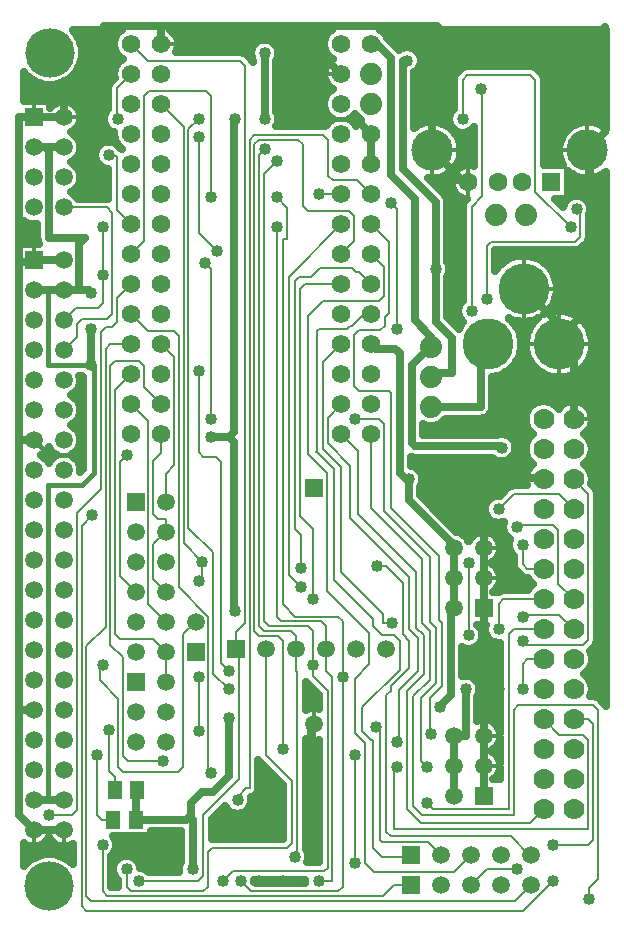
<source format=gbl>
G04 DipTrace 3.3.1.3*
G04 T4RA8875TouchShieldcastellated.gbl*
%MOIN*%
G04 #@! TF.FileFunction,Copper,L2,Bot*
G04 #@! TF.Part,Single*
G04 #@! TA.AperFunction,CopperBalancing*
%ADD13C,0.025*%
G04 #@! TA.AperFunction,Conductor*
%ADD15C,0.018*%
%ADD16C,0.008*%
%ADD17C,0.015*%
G04 #@! TA.AperFunction,CopperBalancing*
%ADD19C,0.013*%
%ADD22R,0.051181X0.059055*%
G04 #@! TA.AperFunction,ComponentPad*
%ADD23C,0.17*%
%ADD24R,0.059055X0.059055*%
%ADD25C,0.059055*%
%ADD26C,0.07*%
%ADD27C,0.074*%
%ADD37C,0.06194*%
%ADD38C,0.074*%
%ADD40R,0.062992X0.062992*%
%ADD41C,0.062992*%
%ADD42C,0.137795*%
G04 #@! TA.AperFunction,ViaPad*
%ADD43C,0.04*%
%ADD45C,0.165*%
%FSLAX26Y26*%
G04*
G70*
G90*
G75*
G01*
G04 Bottom*
%LPD*%
X1868700Y1448700D2*
D13*
Y1548700D1*
Y1648700D1*
Y1658700D1*
X1718700Y1808700D1*
Y1868700D1*
X1688700Y1898700D1*
Y2298700D1*
X1673700Y2313700D1*
X1608700D1*
X1593700Y2328700D1*
X1868700Y1448700D2*
X1858700Y1438700D1*
Y1158700D1*
X1818700Y1118700D1*
X1823700D1*
X808700Y743700D2*
X976700D1*
X992700Y759700D1*
Y800700D1*
X1028700Y836700D1*
X1066700D1*
X1118700Y888700D1*
Y1083700D1*
X998700Y578700D2*
Y743700D1*
X992700D1*
Y759700D1*
X813700Y843700D2*
X808700D1*
Y743700D1*
X1718700Y1878700D2*
Y1868700D1*
X1868700Y823700D2*
Y923700D1*
Y1023700D1*
X468700Y808850D2*
X515709D1*
X568700D1*
X468700Y2508850D2*
X515709D1*
X568700D1*
X515709Y808850D2*
D15*
Y1860148D1*
X630148D1*
X668700Y1898700D1*
Y2258700D1*
X515709D1*
Y2508850D1*
X468700Y2984399D2*
D13*
X507648D1*
X568700D1*
Y2508850D2*
X618700D1*
Y2663700D1*
X638700Y2683700D1*
X518700D1*
Y2973347D1*
X507648Y2984399D1*
X1713700Y3273700D2*
X1698700D1*
Y2913700D1*
X1808700Y2803700D1*
Y2632844D1*
Y2403700D1*
X1863700Y2348700D1*
Y2233700D1*
X1808700D1*
X1793700Y2218700D1*
X1868700Y1023700D2*
X1908700D1*
Y1178700D1*
X658700Y2378700D2*
Y2258700D1*
X618700Y2508850D2*
X654700Y2510700D1*
X658700Y2498700D1*
X1238700Y3078700D2*
Y3298700D1*
X1138700Y1438700D2*
X1136700Y1440700D1*
Y2002700D1*
X1120700Y2018700D1*
X1058700D1*
X1120700D2*
X1136700Y2034700D1*
Y3076700D1*
X1138700Y3078700D1*
X1808700Y2578700D2*
Y2632844D1*
X1958700Y3178700D2*
D16*
X1964700Y3172700D1*
Y2822700D1*
X1928700Y2786700D1*
Y2438700D1*
X1078700Y2638700D2*
X1018700Y2698700D1*
Y3018700D1*
X2018700Y1778700D2*
X2068700Y1828700D1*
X2218700D1*
X2268700Y1778700D1*
X1898700Y3078700D2*
Y3210700D1*
X1914700Y3226700D1*
X2124700D1*
X2140700Y3210700D1*
Y2836700D1*
X2258700Y2718700D1*
X2078700Y1718700D2*
X2086700Y1726700D1*
X2200700D1*
X2216700Y1710700D1*
Y1530700D1*
X2268700Y1478700D1*
X2098700Y1418700D2*
X2106700Y1426700D1*
X2220700D1*
X2268700Y1378700D1*
X1018700Y2238700D2*
Y1968700D1*
X1034700Y1952700D1*
X1076700D1*
X1092700Y1936700D1*
Y1264700D1*
X1118700Y1238700D1*
X2126472Y625928D2*
X2121472D1*
X2058700Y688700D1*
X1658700D1*
X1643700Y703700D1*
Y1158700D1*
X1658700Y1173700D1*
Y1188700D1*
X1718700Y1248700D1*
Y1338700D1*
X1708700Y1348700D1*
Y1353700D1*
X1698700Y1363700D1*
Y1533700D1*
X1643700Y1588700D1*
X1613700D1*
X1358700Y1583700D2*
Y1693700D1*
X1338700Y1713700D1*
Y2538700D1*
X1353700Y2553700D1*
X1393700D1*
X1423700Y2583700D1*
X1528700D1*
X1543700Y2568700D1*
X1553700D1*
X1593700Y2528700D1*
X698700Y658700D2*
Y504700D1*
X714700Y488700D1*
X1632700D1*
X1669928Y525928D1*
X1726472D1*
X518700Y758700D2*
X596700D1*
X612700Y774700D1*
Y1766700D1*
X692700Y1846700D1*
Y2370700D1*
X708700Y2386700D1*
X730700D1*
X746700Y2402700D1*
Y2481700D1*
X793700Y2528700D1*
X2078700Y578700D2*
X1979243D1*
X1926472Y525928D1*
X1058700Y898700D2*
X1050700Y906700D1*
Y1420700D1*
X952700Y1518700D1*
Y2356700D1*
X936700Y2372700D1*
X849700D1*
X793700Y2428700D1*
Y2328700D2*
X724700D1*
X708700Y2312700D1*
Y1386700D1*
X644700Y1322700D1*
Y488700D1*
X660700Y472700D1*
X2073243D1*
X2126472Y525928D1*
X1030700Y1603700D2*
X968700Y1665700D1*
Y3053700D1*
X893700Y3128700D1*
X1018700Y1538700D2*
X1030700Y1550700D1*
Y1603700D1*
X2098700Y1338700D2*
X2110700Y1326700D1*
X2300700D1*
X2316700Y1342700D1*
Y1830700D1*
X2268700Y1878700D1*
X898700Y938700D2*
X782700D1*
X766700Y954700D1*
Y1284700D1*
X724700Y1326700D1*
Y2256700D1*
X740700Y2272700D1*
X820700D1*
X836700Y2256700D1*
Y2185700D1*
X893700Y2128700D1*
X908700Y1503700D2*
X866700Y1545700D1*
Y1661700D1*
X908700Y1703700D1*
X1018700Y1038700D2*
Y1218700D1*
X908700Y1703700D2*
Y1746700D1*
X882700D1*
X866700Y1762700D1*
Y1938700D1*
X893700Y1965700D1*
Y2028700D1*
X2168700Y778700D2*
X2123700Y733700D1*
X1758700D1*
X1713700Y778700D1*
Y1173700D1*
X1768700Y1228700D1*
Y1358700D1*
X1743700Y1383700D1*
Y1569700D1*
X1550700Y1762700D1*
Y1971700D1*
X1493700Y2028700D1*
X1678700Y1003700D2*
X1686700Y1011700D1*
Y1176700D1*
X1748700Y1238700D1*
Y1348700D1*
X1718700Y1378700D1*
Y1553700D1*
X1523700Y1748700D1*
Y1923700D1*
X1448700Y1998700D1*
Y2083700D1*
X1493700Y2128700D1*
X1778700Y918700D2*
X1758700Y938700D1*
Y1148700D1*
X1808700Y1198700D1*
Y1383700D1*
X1788700Y1403700D1*
Y1620700D1*
X1636700Y1772700D1*
Y2062700D1*
X1620700Y2078700D1*
X1538700D1*
Y598700D2*
Y958700D1*
X1663700Y1398700D2*
X1633700D1*
Y1428700D1*
X1493700Y1568700D1*
Y1918700D1*
X1432700Y1979700D1*
Y2267700D1*
X1493700Y2328700D1*
X1678700Y918700D2*
X1668700D1*
Y713700D1*
X2316700D1*
Y1010700D1*
X2300700Y1026700D1*
X2220700D1*
X2168700Y1078700D1*
X1978700Y2478700D2*
Y2654700D1*
X1994700Y2670700D1*
X2274700D1*
X2290700Y2686700D1*
Y2766700D1*
X2278700Y2778700D1*
X1398700Y1478700D2*
Y1712700D1*
X1356700Y1754700D1*
Y2512700D1*
X1372700Y2528700D1*
X1493700D1*
X2098700Y1178700D2*
Y1262700D1*
X2114700Y1278700D1*
X2168700D1*
X1298700Y978700D2*
Y1340700D1*
X1282700Y1356700D1*
X1220700D1*
X1204700Y1372700D1*
Y2994700D1*
X1220700Y3010700D1*
X1350700D1*
X1366700Y2994700D1*
Y2788700D1*
X1382700Y2772700D1*
X1520700D1*
X1536700Y2756700D1*
Y2671700D1*
X1493700Y2628700D1*
X1778700Y798700D2*
X1798700Y778700D1*
X2052700D1*
Y1362700D1*
X2068700Y1378700D1*
X2168700D1*
X1358700Y1518700D2*
X1318700Y1558700D1*
Y2553700D1*
X1493700Y2728700D1*
X2018700Y1378700D2*
Y1462700D1*
X2034700Y1478700D1*
X2168700D1*
X2098700Y1658700D2*
Y1594700D1*
X2114700Y1578700D1*
X2168700D1*
X1418700Y2828700D2*
X1493700D1*
X1678700Y2378700D2*
Y2778700D1*
X1658700Y2798700D1*
X1593700Y2428700D2*
X1568700D1*
X1528700Y2388700D1*
X1523700D1*
X1513700Y2378700D1*
X1418700D1*
X1413700Y2373700D1*
Y1973700D1*
X1408700Y1968700D1*
X1413700D1*
X1468700Y1913700D1*
Y1543700D1*
X1598700Y1413700D1*
Y1388700D1*
X1628700Y1358700D1*
X1668700D1*
X1688700Y1338700D1*
Y1243700D1*
X1563700Y1118700D1*
Y1038700D1*
X1591892Y1010508D1*
X1598700D1*
Y648700D1*
X1628700Y618700D1*
X1719243D1*
X1726472Y625928D1*
X1793700Y1028700D2*
X1788700Y1033700D1*
Y1148700D1*
X1828700Y1188700D1*
Y1398700D1*
X1818700Y1408700D1*
Y1622700D1*
X1658700Y1782700D1*
Y2165759D1*
X1651759Y2172700D1*
X1552700D1*
X1536700Y2188700D1*
Y2358700D1*
X1552700Y2374700D1*
X1622700D1*
X1638700Y2390700D1*
Y2418700D1*
X1652700Y2432700D1*
Y2669700D1*
X1593700Y2728700D1*
X1608700Y1053700D2*
X1623700D1*
Y674700D1*
X1629700Y668700D1*
X1783700D1*
X1826472Y625928D1*
X1926472D2*
X1869243Y568700D1*
X1602700D1*
X1573700Y597700D1*
Y1003700D1*
X1568700D1*
X1538700Y1033700D1*
Y1213700D1*
X1586700Y1261700D1*
Y1366700D1*
X1446700Y1506700D1*
Y1900700D1*
X1383700Y1963700D1*
Y2423700D1*
X1432700Y2472700D1*
X1620700D1*
X1636700Y2488700D1*
Y2585700D1*
X1593700Y2628700D1*
X1148700Y808700D2*
Y818700D1*
X1177718Y847718D1*
X1188700D1*
Y3010700D1*
X1204700Y3026700D1*
X1434700D1*
X1450700Y3010700D1*
Y2890700D1*
X1466700Y2874700D1*
X1547700D1*
X1593700Y2828700D1*
X908700Y1403700D2*
X850700Y1461700D1*
Y2071700D1*
X793700Y2128700D1*
X908700Y1203700D2*
Y1303700D1*
X865700Y1346700D1*
X756700D1*
X740700Y1362700D1*
Y2175700D1*
X793700Y2228700D1*
X818700Y538700D2*
X1016700D1*
X1032700Y554700D1*
Y757700D1*
X1152700Y877700D1*
Y1304700D1*
X1143700Y1313700D1*
Y1370700D1*
X1172700Y1399700D1*
Y3256700D1*
X1156700Y3272700D1*
X849700D1*
X793700Y3328700D1*
X1243700Y1313700D2*
Y958700D1*
X1330700Y871700D1*
Y666700D1*
X1314700Y650700D1*
X1064700D1*
X1048700Y634700D1*
Y520700D1*
X1032700Y504700D1*
X794700D1*
X778700Y520700D1*
Y578700D1*
X1018700Y3078700D2*
X984700Y3044700D1*
Y1716700D1*
X1066700Y1634700D1*
Y1230700D1*
X1118700Y1178700D1*
X748700Y3078700D2*
X746700Y3080700D1*
Y3181700D1*
X793700Y3228700D1*
X1343700Y1313700D2*
Y1356700D1*
X1327700Y1372700D1*
X1236700D1*
X1220700Y1388700D1*
Y2960700D1*
X1238700Y2978700D1*
X1338700Y618700D2*
X1346700Y626700D1*
Y1237700D1*
X1343700Y1240700D1*
Y1313700D1*
X1418700Y538700D2*
X1464700D1*
Y1219700D1*
X1443700Y1240700D1*
Y1313700D1*
Y1388700D1*
X1427700Y1404700D1*
X1294700D1*
X1278700Y1420700D1*
Y2718700D1*
X1098700Y538700D2*
X1132700Y572700D1*
X1437700D1*
X1448700Y583700D1*
Y1172700D1*
X1398700Y1222700D1*
Y1258700D1*
Y1372700D1*
X1382700Y1388700D1*
X1252700D1*
X1236700Y1404700D1*
Y2896700D1*
X1278700Y2938700D1*
X718700Y2958700D2*
X722700Y2954700D1*
X746700D1*
Y2775700D1*
X793700Y2728700D1*
X1278700Y2818700D2*
X1313700Y2783700D1*
Y2679167D1*
X1298700D1*
Y1462700D1*
X1340700Y1420700D1*
X1482700D1*
X1498700Y1404700D1*
Y1218700D1*
X1058700Y2818700D2*
Y3156700D1*
X1042700Y3172700D1*
X852700D1*
X836700Y3156700D1*
Y2671700D1*
X793700Y2628700D1*
X1498700Y1218700D2*
Y520700D1*
X1482700Y504700D1*
X1192700D1*
X1158700Y538700D1*
X1918700Y1598700D2*
Y1358700D1*
X908700Y1803700D2*
Y1896700D1*
X936700Y1924700D1*
Y2285700D1*
X893700Y2328700D1*
X2198700Y538700D2*
X2100700Y440700D1*
X644700D1*
X628700Y456700D1*
Y1723700D1*
X663700Y1758700D1*
X2198700Y658700D2*
X2316700D1*
X2332700Y674700D1*
Y1062700D1*
X2316700Y1078700D1*
X2268700D1*
X2219920Y2328700D2*
D13*
Y2395629D1*
X2101810Y2513739D1*
X2268700Y2078700D2*
Y2178700D1*
Y2279920D1*
X2219920Y2328700D1*
Y2349920D1*
X2323700Y2453700D1*
Y2966259D1*
X2314566Y2975393D1*
X568700Y3084399D2*
X468700D1*
X418700D1*
Y2602078D1*
Y2008850D1*
Y1108850D1*
Y758850D1*
X468700Y708850D1*
Y1108850D2*
X418700D1*
X468700Y2008850D2*
X418700D1*
Y2602078D2*
X461928D1*
X468700Y2608850D1*
Y708850D2*
X568700D1*
X1968700Y823700D2*
Y923700D1*
Y1023700D1*
Y1648700D2*
Y1548700D1*
Y1448700D1*
Y1023700D2*
Y1178700D1*
Y1448700D1*
Y1648700D2*
Y1809814D1*
Y1828700D1*
X2023700Y1883700D1*
X2088700D1*
X2163700D1*
X2168700Y1878700D1*
X2088700Y1883700D2*
Y2123700D1*
X2143700Y2178700D1*
X2268700D1*
X468700Y2608850D2*
X568700D1*
Y3084399D2*
Y3143700D1*
X718700Y3293700D1*
Y3373700D1*
X703700Y3388700D1*
X904535D1*
X1423700D1*
Y3258700D1*
X1463700D1*
X1493700Y3228700D1*
X1593700Y2928700D2*
Y3028700D1*
X1918109Y2868700D2*
X1903936D1*
X1797243Y2975393D1*
X893700Y3328700D2*
Y3377865D1*
X904535Y3388700D1*
X1593700Y3028700D2*
X1543700Y3078700D1*
D15*
X1453700D1*
D13*
X1448700Y3083700D1*
X1433700D1*
X1423700Y3093700D1*
Y3258700D1*
X1393700Y743700D2*
Y1051298D1*
X1403700Y1061298D1*
X1413700Y618700D2*
Y723700D1*
X1393700Y743700D1*
X1898700Y1818700D2*
X1959814D1*
X1968700Y1809814D1*
X1797243Y2975393D2*
Y3362243D1*
X1808700Y3373700D1*
X1828818D1*
X2359884D1*
X2373700Y3387516D1*
Y3034527D1*
X2314566Y2975393D1*
X2018700Y1178700D2*
X1968700D1*
X613700Y1958700D2*
D17*
X518850D1*
X468700Y2008850D1*
X1423700Y3388700D2*
D13*
X1813818D1*
X1828818Y3373700D1*
X2318700Y478700D2*
D16*
Y514700D1*
X2348700Y544700D1*
Y1110700D1*
X2332700Y1126700D1*
X2084700D1*
X2068700Y1110700D1*
Y758700D1*
X1763700D1*
X1734700Y787700D1*
Y1154700D1*
X1788700Y1208700D1*
Y1373700D1*
X1763700Y1398700D1*
Y1613700D1*
X1593700Y1783700D1*
Y2028700D1*
X698700Y1258700D2*
X688700Y1248700D1*
Y1208700D1*
X750700Y1146700D1*
Y918700D1*
X766700Y902700D1*
X950700D1*
X966700Y918700D1*
Y1361700D1*
X1008700Y1403700D1*
X678700Y958700D2*
Y760700D1*
X695700Y743700D1*
X733897D1*
X718700Y1043700D2*
Y906896D1*
X738897Y886699D1*
Y843700D1*
X698700Y2718700D2*
Y2558700D1*
Y2466700D1*
X682700Y2450700D1*
X610550D1*
X568700Y2408850D1*
Y2308850D2*
X612700Y2352850D1*
Y2396700D1*
X628700Y2412700D1*
X714700D1*
X730700Y2428700D1*
Y2766700D1*
X713001Y2784399D1*
X568700D1*
X778700Y1958700D2*
X756700Y1936700D1*
Y1555700D1*
X808700Y1503700D1*
X1058700Y2078700D2*
Y2578700D1*
X1038700Y2598700D1*
X1793700Y2118700D2*
D13*
X1958700D1*
Y2303700D1*
X1983700Y2328700D1*
X1793700Y2318700D2*
Y2353700D1*
X1738700Y2408700D1*
Y2813700D1*
X1658700Y2893700D1*
Y3283700D1*
X1613700Y3328700D1*
X1593700D1*
X1793700Y2318700D2*
X1788700D1*
X1728700Y2258700D1*
Y1998700D1*
X1738700Y1988700D1*
X2023700D1*
X2028700Y1983700D1*
D43*
X1713700Y3273700D3*
X1613700Y1588700D3*
X1358700Y1583700D3*
X1393700Y743700D3*
X1413700Y618700D3*
X1393700Y743700D3*
X613700Y1958700D3*
X2028700Y1983700D3*
D45*
X521062Y521062D3*
X521932Y3300590D3*
D43*
X1898700Y1818700D3*
X2018700Y1178700D3*
X1258700Y718700D3*
X918700Y578700D3*
X1218700Y538700D3*
X1298700D3*
X1118700Y1083700D3*
X1823700Y1118700D3*
X998700Y578700D3*
X1718700Y1878700D3*
X1908700Y1178700D3*
X1058700Y2018700D3*
X658700Y2258700D3*
Y2378700D3*
Y2498700D3*
X1138700Y1438700D3*
X1238700Y3298700D3*
Y3078700D3*
X1138700D3*
X1808700Y2578700D3*
X1928700Y2438700D3*
X1958700Y3178700D3*
X1018700Y3018700D3*
X1078700Y2638700D3*
X2018700Y1778700D3*
X2258700Y2718700D3*
X1898700Y3078700D3*
X2078700Y1718700D3*
X2098700Y1418700D3*
X1118700Y1238700D3*
X1018700Y2238700D3*
X698700Y658700D3*
X518700Y758700D3*
X1058700Y898700D3*
X2078700Y578700D3*
X2098700Y1338700D3*
X1018700Y1538700D3*
X1030700Y1603700D3*
X898700Y938700D3*
X1018700Y1218700D3*
Y1038700D3*
X1678700Y1003700D3*
X1538700Y2078700D3*
X1778700Y918700D3*
X1538700Y958700D3*
Y598700D3*
X1663700Y1398700D3*
X1678700Y918700D3*
X2278700Y2778700D3*
X1978700Y2478700D3*
X2098700Y1178700D3*
X1398700Y1478700D3*
X1778700Y798700D3*
X1298700Y978700D3*
X1358700Y1518700D3*
X2018700Y1378700D3*
X1418700Y2828700D3*
X2098700Y1658700D3*
X1658700Y2798700D3*
X1678700Y2378700D3*
X1793700Y1028700D3*
X1608700Y1053700D3*
X1148700Y808700D3*
X818700Y538700D3*
X778700Y578700D3*
X1118700Y1178700D3*
X1018700Y3078700D3*
X748700D3*
X1238700Y2978700D3*
X1338700Y618700D3*
X1278700Y2718700D3*
X1418700Y538700D3*
X1278700Y2938700D3*
X718700Y2958700D3*
X1098700Y538700D3*
X1398700Y1258700D3*
X1158700Y538700D3*
X1278700Y2818700D3*
X1058700D3*
X1498700Y1218700D3*
X1918700Y1358700D3*
Y1598700D3*
X663700Y1758700D3*
X2198700Y538700D3*
Y658700D3*
X2318700Y478700D3*
X698700Y1258700D3*
X678700Y958700D3*
X718700Y1043700D3*
X698700Y2718700D3*
Y2558700D3*
X778700Y1958700D3*
X1038700Y2598700D3*
X1058700Y2078700D3*
X619754Y3351331D2*
D13*
X739451D1*
X947950D2*
X1439480D1*
X1647943D2*
X2373689D1*
X629299Y3326462D2*
X734786D1*
X952615D2*
X1200168D1*
X1277260D2*
X1434779D1*
X1672165D2*
X2373689D1*
X632421Y3301594D2*
X741676D1*
X1165157D2*
X1190802D1*
X1286625D2*
X1441669D1*
X1752151D2*
X2373689D1*
X629765Y3276725D2*
X761484D1*
X1281027D2*
X1461477D1*
X1761588D2*
X2373689D1*
X620794Y3251856D2*
X739702D1*
X1279197D2*
X1439695D1*
X1756098D2*
X1896788D1*
X2142607D2*
X2373689D1*
X603462Y3226987D2*
X734750D1*
X1279197D2*
X1434743D1*
X1739197D2*
X1871597D1*
X2167797D2*
X2373689D1*
X438718Y3202119D2*
X475092D1*
X568798D2*
X722909D1*
X1279197D2*
X1441382D1*
X1739197D2*
X1866717D1*
X2172714D2*
X2373689D1*
X438718Y3177250D2*
X714691D1*
X1279197D2*
X1462374D1*
X1739197D2*
X1866717D1*
X2172714D2*
X2373689D1*
X438718Y3152381D2*
X714691D1*
X1279197D2*
X1439946D1*
X1739197D2*
X1866717D1*
X2172714D2*
X2373689D1*
X605400Y3127512D2*
X714691D1*
X1279197D2*
X1434743D1*
X1739197D2*
X1866717D1*
X2172714D2*
X2373689D1*
X623127Y3102644D2*
X707514D1*
X1279879D2*
X1441095D1*
X1739197D2*
X1857495D1*
X2172714D2*
X2373689D1*
X625818Y3077775D2*
X700696D1*
X1286697D2*
X1463271D1*
X1524143D2*
X1554955D1*
X1739197D2*
X1850713D1*
X2172714D2*
X2373689D1*
X616309Y3052906D2*
X708734D1*
X2172714D2*
X2258178D1*
X604718Y3028037D2*
X734750D1*
X1878104D2*
X1932708D1*
X2172714D2*
X2233705D1*
X622911Y3003169D2*
X706581D1*
X1889946D2*
X1932708D1*
X2172714D2*
X2221863D1*
X625890Y2978300D2*
X675147D1*
X1894109D2*
X1932708D1*
X2172714D2*
X2217700D1*
X616703Y2953431D2*
X671020D1*
X1891561D2*
X1932708D1*
X2172714D2*
X2220248D1*
X604036Y2928562D2*
X682108D1*
X1881693D2*
X1932708D1*
X2172714D2*
X2230116D1*
X622732Y2903693D2*
X714691D1*
X625962Y2878825D2*
X714691D1*
X1789829D2*
X1859504D1*
X2253202D2*
X2373689D1*
X617026Y2853956D2*
X714691D1*
X1814697D2*
X1860545D1*
X2253202D2*
X2373689D1*
X603319Y2829087D2*
X714691D1*
X1839493D2*
X1874612D1*
X2253202D2*
X2373689D1*
X1849182Y2804218D2*
X1902458D1*
X2217389D2*
X2238513D1*
X2318870D2*
X2373689D1*
X1849218Y2779350D2*
X1896716D1*
X2326693D2*
X2373689D1*
X1849218Y2754481D2*
X1896716D1*
X2322709D2*
X2373689D1*
X438718Y2729612D2*
X461062D1*
X1849218D2*
X1896716D1*
X2322709D2*
X2373689D1*
X438718Y2704743D2*
X478214D1*
X1849218D2*
X1896716D1*
X2322709D2*
X2373689D1*
X438718Y2679875D2*
X478394D1*
X1849218D2*
X1896716D1*
X2321884D2*
X2373689D1*
X1849218Y2655006D2*
X1896716D1*
X2303224D2*
X2373689D1*
X1849218Y2630137D2*
X1896716D1*
X2010696D2*
X2373689D1*
X1849218Y2605268D2*
X1896716D1*
X2010696D2*
X2037418D1*
X2166219D2*
X2373689D1*
X1856682Y2580400D2*
X1896716D1*
X2192450D2*
X2373689D1*
X1850366Y2555531D2*
X1896716D1*
X2206588D2*
X2373689D1*
X1849218Y2530662D2*
X1896716D1*
X2213514D2*
X2373689D1*
X1849218Y2505793D2*
X1896716D1*
X2214519D2*
X2373689D1*
X1849218Y2480924D2*
X1896716D1*
X2209818D2*
X2373689D1*
X1849218Y2456056D2*
X1884157D1*
X2198550D2*
X2373689D1*
X1849218Y2431187D2*
X1881322D1*
X2263716D2*
X2373689D1*
X1862315Y2406318D2*
X1894240D1*
X2301071D2*
X2373689D1*
X2083290Y2381449D2*
X2120311D1*
X2319516D2*
X2373689D1*
X2093122Y2356581D2*
X2110478D1*
X2329348D2*
X2373689D1*
X2332865Y2331712D2*
X2373689D1*
X2094522Y2306843D2*
X2109115D1*
X2330748D2*
X2373689D1*
X2086340Y2281974D2*
X2117296D1*
X2322566D2*
X2373689D1*
X2070372Y2257106D2*
X2133265D1*
X2306597D2*
X2373689D1*
X2040086Y2232237D2*
X2163515D1*
X2276311D2*
X2373689D1*
X1999214Y2207368D2*
X2373689D1*
X1999214Y2182499D2*
X2373689D1*
X596680Y2157630D2*
X631691D1*
X1999214D2*
X2373689D1*
X1999214Y2132762D2*
X2139042D1*
X2198371D2*
X2239051D1*
X2298344D2*
X2373689D1*
X1997635Y2107893D2*
X2113205D1*
X2324181D2*
X2373689D1*
X1974274Y2083024D2*
X2105849D1*
X2331537D2*
X2373689D1*
X595639Y2058155D2*
X631691D1*
X1811719D2*
X2109294D1*
X2328092D2*
X2373689D1*
X1769196Y2033287D2*
X2126231D1*
X2311191D2*
X2373689D1*
X2069403Y2008418D2*
X2113493D1*
X2323894D2*
X2373689D1*
X2076687Y1983549D2*
X2105885D1*
X2331501D2*
X2373689D1*
X494554Y1958680D2*
X542842D1*
X594527D2*
X631691D1*
X2069188D2*
X2109115D1*
X2328307D2*
X2373689D1*
X1729185Y1933812D2*
X2125621D1*
X2311765D2*
X2373689D1*
X1755201Y1908943D2*
X2113816D1*
X2323607D2*
X2373689D1*
X1766397Y1884074D2*
X2105957D1*
X2331465D2*
X2373689D1*
X1762306Y1859205D2*
X2108935D1*
X2332398D2*
X2373689D1*
X1759184Y1834337D2*
X2030134D1*
X2348474D2*
X2373689D1*
X1774184Y1809468D2*
X1982695D1*
X2348690D2*
X2373689D1*
X1799052Y1784599D2*
X1971068D1*
X2348690D2*
X2373689D1*
X1823919Y1759730D2*
X1974836D1*
X2348690D2*
X2373689D1*
X1848787Y1734861D2*
X2004010D1*
X2348690D2*
X2373689D1*
X1873655Y1709993D2*
X2031533D1*
X2348690D2*
X2373689D1*
X1912446Y1685124D2*
X1924957D1*
X2012455D2*
X2045492D1*
X2348690D2*
X2373689D1*
X2025014Y1660255D2*
X2050731D1*
X2348690D2*
X2373689D1*
X2024584Y1635386D2*
X2057119D1*
X2348690D2*
X2373689D1*
X2010840Y1610518D2*
X2066700D1*
X2348690D2*
X2373689D1*
X2011988Y1585649D2*
X2068135D1*
X2348690D2*
X2373689D1*
X2024871Y1560780D2*
X2088410D1*
X2348690D2*
X2373689D1*
X2024727Y1535911D2*
X2123432D1*
X2348690D2*
X2373689D1*
X2011306Y1511043D2*
X2115071D1*
X2348690D2*
X2373689D1*
X2348690Y1486174D2*
X2373689D1*
X2348690Y1461305D2*
X2373689D1*
X2348690Y1436436D2*
X2373689D1*
X2348690Y1411567D2*
X2373689D1*
X1957050Y1386699D2*
X1971391D1*
X2348690D2*
X2373689D1*
X2348690Y1361830D2*
X2373689D1*
X1961176Y1336961D2*
X1998089D1*
X2348151D2*
X2373689D1*
X1899204Y1312092D2*
X2020696D1*
X2330317D2*
X2373689D1*
X1899204Y1287224D2*
X2020696D1*
X2331106D2*
X2373689D1*
X1899204Y1262355D2*
X2020696D1*
X2329456D2*
X2373689D1*
X1899204Y1237486D2*
X2020696D1*
X2315497D2*
X2373689D1*
X1941512Y1212617D2*
X2020696D1*
X2321310D2*
X2373689D1*
X1955794Y1187749D2*
X2020696D1*
X2331035D2*
X2373689D1*
X1378704Y1162880D2*
X1414289D1*
X1953856D2*
X2020696D1*
X2329599D2*
X2373689D1*
X1378704Y1138011D2*
X1416693D1*
X1949191D2*
X2020696D1*
X1949191Y1113142D2*
X2020696D1*
X1949191Y1088274D2*
X2020696D1*
X1378704Y988798D2*
X1416693D1*
X1378704Y963930D2*
X1416693D1*
X1378704Y939061D2*
X1416693D1*
X1220706Y914192D2*
X1243983D1*
X1378704D2*
X1416693D1*
X1220706Y889323D2*
X1268851D1*
X1378704D2*
X1416693D1*
X1220706Y864455D2*
X1293718D1*
X1378704D2*
X1416693D1*
X1219558Y839586D2*
X1298706D1*
X1378704D2*
X1416693D1*
X1196305Y814717D2*
X1298706D1*
X1378704D2*
X1416693D1*
X1192609Y789848D2*
X1298706D1*
X1378704D2*
X1416693D1*
X1084203Y764980D2*
X1133603D1*
X1163794D2*
X1298706D1*
X1378704D2*
X1416693D1*
X1064718Y740111D2*
X1298706D1*
X1378704D2*
X1416693D1*
X1064718Y715242D2*
X1298706D1*
X1378704D2*
X1416693D1*
X862295Y690373D2*
X958201D1*
X1064718D2*
X1298706D1*
X1378704D2*
X1416693D1*
X505104Y665504D2*
X532292D1*
X746174D2*
X958201D1*
X1378704D2*
X1416693D1*
X438718Y640636D2*
X596704D1*
X742944D2*
X958201D1*
X1381073D2*
X1416693D1*
X438718Y615767D2*
X466660D1*
X575473D2*
X596704D1*
X730708D2*
X749822D1*
X807571D2*
X958201D1*
X1386599D2*
X1416693D1*
X825047Y590898D2*
X952352D1*
X730708Y541161D2*
X746700D1*
X1206640D2*
X1370762D1*
X2093859Y2320030D2*
X2092840Y2311414D1*
X2091147Y2302904D1*
X2088792Y2294554D1*
X2085789Y2286413D1*
X2082156Y2278534D1*
X2077917Y2270964D1*
X2073096Y2263750D1*
X2067725Y2256936D1*
X2061835Y2250565D1*
X2055464Y2244675D1*
X2048650Y2239304D1*
X2041436Y2234483D1*
X2033866Y2230244D1*
X2025987Y2226611D1*
X2017846Y2223608D1*
X2009496Y2221253D1*
X1996712Y2219055D1*
X1996583Y2115719D1*
X1995650Y2109829D1*
X1993807Y2104158D1*
X1991100Y2098845D1*
X1987595Y2094021D1*
X1983379Y2089805D1*
X1978555Y2086300D1*
X1973242Y2083593D1*
X1967571Y2081750D1*
X1961681Y2080817D1*
X1912768Y2080700D1*
X1843332D1*
X1837894Y2074506D1*
X1830437Y2068136D1*
X1822074Y2063012D1*
X1813014Y2059259D1*
X1803477Y2056969D1*
X1793700Y2056200D1*
X1783923Y2056969D1*
X1774386Y2059259D1*
X1766701Y2062378D1*
X1766700Y2026709D1*
X2013824Y2026700D1*
X2021582Y2028640D1*
X2028700Y2029200D1*
X2035818Y2028640D1*
X2042760Y2026973D1*
X2049357Y2024241D1*
X2055444Y2020510D1*
X2060873Y2015873D1*
X2065510Y2010444D1*
X2069241Y2004357D1*
X2071973Y1997760D1*
X2073640Y1990818D1*
X2074200Y1983700D1*
X2073640Y1976582D1*
X2071973Y1969640D1*
X2069241Y1963043D1*
X2065510Y1956956D1*
X2060873Y1951527D1*
X2055444Y1946890D1*
X2049357Y1943159D1*
X2042760Y1940427D1*
X2035818Y1938760D1*
X2028700Y1938200D1*
X2021582Y1938760D1*
X2014640Y1940427D1*
X2008043Y1943159D1*
X2001956Y1946890D1*
X1997418Y1950702D1*
X1735719Y1950817D1*
X1729829Y1951750D1*
X1726946Y1952564D1*
X1726700Y1940432D1*
Y1923459D1*
X1732760Y1921973D1*
X1739357Y1919241D1*
X1745444Y1915510D1*
X1750873Y1910873D1*
X1755510Y1905444D1*
X1759241Y1899357D1*
X1761973Y1892760D1*
X1763640Y1885818D1*
X1764200Y1878700D1*
X1763640Y1871582D1*
X1761973Y1864640D1*
X1759241Y1858043D1*
X1756697Y1853731D1*
X1756700Y1824455D1*
X1878251Y1702890D1*
X1885704Y1701034D1*
X1893682Y1697730D1*
X1901044Y1693218D1*
X1907610Y1687610D1*
X1913218Y1681044D1*
X1917730Y1673682D1*
X1918703Y1671687D1*
X1922210Y1678139D1*
X1926544Y1684068D1*
X1931628Y1689366D1*
X1937373Y1693940D1*
X1943676Y1697709D1*
X1950425Y1700604D1*
X1957499Y1702576D1*
X1964773Y1703587D1*
X1972116Y1703621D1*
X1979399Y1702677D1*
X1986491Y1700772D1*
X1993266Y1697939D1*
X1999604Y1694230D1*
X2005392Y1689709D1*
X2010525Y1684458D1*
X2014914Y1678571D1*
X2018480Y1672151D1*
X2021160Y1665314D1*
X2022905Y1658180D1*
X2023684Y1650878D1*
X2023452Y1643197D1*
X2022231Y1635956D1*
X2020058Y1628941D1*
X2016970Y1622279D1*
X2013022Y1616087D1*
X2008284Y1610475D1*
X2002842Y1605545D1*
X1996791Y1601383D1*
X1991676Y1598703D1*
X1998067Y1595236D1*
X2004002Y1590911D1*
X2009308Y1585835D1*
X2013892Y1580097D1*
X2017670Y1573800D1*
X2020576Y1567056D1*
X2022558Y1559985D1*
X2023581Y1552713D1*
X2023605Y1545028D1*
X2022627Y1537750D1*
X2020689Y1530667D1*
X2017825Y1523905D1*
X2014086Y1517584D1*
X2009538Y1511818D1*
X2004263Y1506709D1*
X2000395Y1503725D1*
X2019286Y1503853D1*
X2023411Y1505955D1*
X2027813Y1507385D1*
X2032385Y1508109D1*
X2115906Y1508200D1*
X2119754Y1514261D1*
X2125920Y1521480D1*
X2133139Y1527646D1*
X2134666Y1528666D1*
X2129408Y1532695D1*
X2122695Y1539408D1*
X2117115Y1547089D1*
X2115927Y1549210D1*
X2110085Y1549563D1*
X2105584Y1550644D1*
X2101307Y1552415D1*
X2097360Y1554834D1*
X2093834Y1557847D1*
X2076268Y1575541D1*
X2073547Y1579286D1*
X2071445Y1583411D1*
X2070015Y1587813D1*
X2069291Y1592385D1*
X2069150Y1624102D1*
X2064102Y1629150D1*
X2059905Y1634926D1*
X2056663Y1641288D1*
X2054457Y1648078D1*
X2053340Y1655130D1*
Y1662270D1*
X2054457Y1669322D1*
X2056663Y1676112D1*
X2057686Y1678330D1*
X2051956Y1681890D1*
X2046527Y1686527D1*
X2041890Y1691956D1*
X2038159Y1698043D1*
X2035427Y1704640D1*
X2033760Y1711582D1*
X2033200Y1718700D1*
X2033760Y1725818D1*
X2035427Y1732760D1*
X2037113Y1737088D1*
X2029322Y1734457D1*
X2022270Y1733340D1*
X2015130D1*
X2008078Y1734457D1*
X2001288Y1736663D1*
X1994926Y1739905D1*
X1989150Y1744102D1*
X1984102Y1749150D1*
X1979905Y1754926D1*
X1976663Y1761288D1*
X1974457Y1768078D1*
X1973340Y1775130D1*
Y1782270D1*
X1974457Y1789322D1*
X1976663Y1796112D1*
X1979905Y1802474D1*
X1984102Y1808250D1*
X1989150Y1813298D1*
X1994926Y1817495D1*
X2001288Y1820737D1*
X2008078Y1822943D1*
X2015130Y1824060D1*
X2022339Y1824052D1*
X2049541Y1851132D1*
X2053286Y1853853D1*
X2057411Y1855955D1*
X2061813Y1857385D1*
X2066385Y1858109D1*
X2111797Y1858200D1*
X2109742Y1865128D1*
X2108532Y1872372D1*
X2108208Y1879710D1*
X2108777Y1887032D1*
X2110228Y1894232D1*
X2112541Y1901203D1*
X2115681Y1907842D1*
X2119603Y1914052D1*
X2124249Y1919741D1*
X2129549Y1924825D1*
X2134650Y1928700D1*
X2129408Y1932695D1*
X2122695Y1939408D1*
X2117115Y1947089D1*
X2112805Y1955548D1*
X2109872Y1964577D1*
X2108387Y1973953D1*
Y1983447D1*
X2109872Y1992823D1*
X2112805Y2001852D1*
X2117115Y2010311D1*
X2122695Y2017992D1*
X2129408Y2024705D1*
X2134666Y2028666D1*
X2129408Y2032695D1*
X2122695Y2039408D1*
X2117115Y2047089D1*
X2112805Y2055548D1*
X2109872Y2064577D1*
X2108387Y2073953D1*
Y2083447D1*
X2109872Y2092823D1*
X2112805Y2101852D1*
X2117115Y2110311D1*
X2122695Y2117992D1*
X2129408Y2124705D1*
X2137089Y2130285D1*
X2145548Y2134595D1*
X2154577Y2137528D1*
X2163953Y2139013D1*
X2173447D1*
X2182823Y2137528D1*
X2191852Y2134595D1*
X2200311Y2130285D1*
X2207992Y2124705D1*
X2214705Y2117992D1*
X2218666Y2112734D1*
X2223023Y2118372D1*
X2228167Y2123615D1*
X2233908Y2128195D1*
X2240162Y2132046D1*
X2246836Y2135111D1*
X2253833Y2137345D1*
X2261049Y2138714D1*
X2268377Y2139199D1*
X2275711Y2138792D1*
X2282941Y2137500D1*
X2289961Y2135341D1*
X2296668Y2132348D1*
X2302962Y2128563D1*
X2308752Y2124044D1*
X2313951Y2118857D1*
X2318484Y2113078D1*
X2322283Y2106792D1*
X2325292Y2100092D1*
X2327467Y2093077D1*
X2328776Y2085850D1*
X2329200Y2078700D1*
X2328754Y2071369D1*
X2327423Y2064146D1*
X2325227Y2057138D1*
X2322198Y2050447D1*
X2318380Y2044172D1*
X2313830Y2038407D1*
X2308615Y2033235D1*
X2302758Y2028698D1*
X2307992Y2024705D1*
X2314705Y2017992D1*
X2320285Y2010311D1*
X2324595Y2001852D1*
X2327528Y1992823D1*
X2329013Y1983447D1*
Y1973953D1*
X2327528Y1964577D1*
X2324595Y1955548D1*
X2320285Y1947089D1*
X2314705Y1939408D1*
X2307992Y1932695D1*
X2302734Y1928734D1*
X2307992Y1924705D1*
X2314705Y1917992D1*
X2320285Y1910311D1*
X2324595Y1901852D1*
X2327528Y1892823D1*
X2329013Y1883447D1*
Y1873953D1*
X2327528Y1864577D1*
X2326869Y1862237D1*
X2339132Y1849859D1*
X2341853Y1846114D1*
X2343955Y1841989D1*
X2345385Y1837587D1*
X2346109Y1833015D1*
X2346200Y1748023D1*
X2346109Y1340385D1*
X2345385Y1335813D1*
X2343955Y1331411D1*
X2341853Y1327286D1*
X2339132Y1323541D1*
X2322371Y1306651D1*
X2326239Y1297396D1*
X2328455Y1288164D1*
X2329200Y1278700D1*
X2328455Y1269236D1*
X2326239Y1260004D1*
X2322606Y1251234D1*
X2317646Y1243139D1*
X2311480Y1235920D1*
X2304261Y1229754D1*
X2302734Y1228734D1*
X2307992Y1224705D1*
X2314705Y1217992D1*
X2320285Y1210311D1*
X2324595Y1201852D1*
X2327528Y1192823D1*
X2329013Y1183447D1*
Y1173953D1*
X2327528Y1164577D1*
X2324832Y1156192D1*
X2335015Y1156109D1*
X2339587Y1155385D1*
X2343989Y1153954D1*
X2348114Y1151853D1*
X2351859Y1149132D1*
X2371132Y1129859D1*
X2373853Y1126114D1*
X2375958Y1121981D1*
X2376200Y1121863D1*
Y2903907D1*
X2369192Y2898406D1*
X2361453Y2893463D1*
X2353271Y2889295D1*
X2344722Y2885942D1*
X2335888Y2883435D1*
X2326853Y2881798D1*
X2317701Y2881047D1*
X2308519Y2881189D1*
X2299395Y2882222D1*
X2290414Y2884137D1*
X2281661Y2886916D1*
X2273221Y2890532D1*
X2265171Y2894950D1*
X2257589Y2900130D1*
X2250700Y2905883D1*
X2250696Y2814565D1*
X2254926Y2817495D1*
X2261288Y2820737D1*
X2268078Y2822943D1*
X2275130Y2824060D1*
X2282270D1*
X2289322Y2822943D1*
X2296112Y2820737D1*
X2302474Y2817495D1*
X2308250Y2813298D1*
X2313298Y2808250D1*
X2317495Y2802474D1*
X2320737Y2796112D1*
X2322943Y2789322D1*
X2324060Y2782270D1*
Y2775130D1*
X2322943Y2768078D1*
X2320737Y2761288D1*
X2320205Y2760135D1*
X2320109Y2684385D1*
X2319385Y2679813D1*
X2317954Y2675411D1*
X2315853Y2671286D1*
X2313132Y2667541D1*
X2293859Y2648268D1*
X2290114Y2645547D1*
X2285989Y2643446D1*
X2281587Y2642015D1*
X2277015Y2641291D1*
X2192023Y2641200D1*
X2008188D1*
X2008200Y2572489D1*
X2013799Y2580554D1*
X2020891Y2588987D1*
X2028787Y2596673D1*
X2037410Y2603533D1*
X2046674Y2609501D1*
X2056485Y2614516D1*
X2066747Y2618529D1*
X2077358Y2621500D1*
X2088212Y2623400D1*
X2099202Y2624209D1*
X2110217Y2623919D1*
X2121149Y2622534D1*
X2131888Y2620067D1*
X2142328Y2616543D1*
X2152366Y2611996D1*
X2161900Y2606473D1*
X2170837Y2600027D1*
X2179088Y2592723D1*
X2186570Y2584634D1*
X2193210Y2575839D1*
X2198940Y2566428D1*
X2203705Y2556492D1*
X2207456Y2546131D1*
X2210157Y2535448D1*
X2211780Y2524549D1*
X2212310Y2513739D1*
X2211761Y2502734D1*
X2210118Y2491838D1*
X2207398Y2481160D1*
X2203629Y2470806D1*
X2198846Y2460879D1*
X2193099Y2451477D1*
X2186444Y2442695D1*
X2178948Y2434619D1*
X2171604Y2428075D1*
X2181393Y2432266D1*
X2191899Y2435588D1*
X2202684Y2437847D1*
X2213641Y2439021D1*
X2224659Y2439098D1*
X2235631Y2438077D1*
X2246446Y2435969D1*
X2256998Y2432794D1*
X2267181Y2428583D1*
X2276894Y2423380D1*
X2286040Y2417235D1*
X2294529Y2410209D1*
X2302276Y2402373D1*
X2309205Y2393805D1*
X2315245Y2384589D1*
X2320337Y2374817D1*
X2324431Y2364586D1*
X2327485Y2353999D1*
X2329470Y2343160D1*
X2330366Y2332178D1*
X2330176Y2321356D1*
X2328897Y2310412D1*
X2326533Y2299649D1*
X2323110Y2289175D1*
X2318660Y2279095D1*
X2313229Y2269507D1*
X2306870Y2260508D1*
X2299646Y2252188D1*
X2291629Y2244628D1*
X2282899Y2237904D1*
X2273543Y2232083D1*
X2263654Y2227223D1*
X2253330Y2223372D1*
X2242673Y2220568D1*
X2231791Y2218839D1*
X2220790Y2218203D1*
X2209781Y2218666D1*
X2198872Y2220223D1*
X2188173Y2222859D1*
X2177790Y2226547D1*
X2167825Y2231251D1*
X2158378Y2236924D1*
X2149544Y2243510D1*
X2141409Y2250942D1*
X2134055Y2259148D1*
X2127555Y2268046D1*
X2121974Y2277547D1*
X2117366Y2287556D1*
X2113778Y2297975D1*
X2111246Y2308699D1*
X2109794Y2319622D1*
X2109437Y2330635D1*
X2110179Y2341629D1*
X2112013Y2352495D1*
X2114919Y2363124D1*
X2118870Y2373410D1*
X2123825Y2383252D1*
X2129736Y2392552D1*
X2136544Y2401216D1*
X2144181Y2409160D1*
X2150125Y2414363D1*
X2140430Y2410208D1*
X2129926Y2406876D1*
X2119143Y2404607D1*
X2108188Y2403424D1*
X2097169Y2403337D1*
X2086197Y2404348D1*
X2075380Y2406447D1*
X2064825Y2409613D1*
X2054638Y2413814D1*
X2053507Y2414360D1*
X2061835Y2406835D1*
X2067725Y2400464D1*
X2073096Y2393650D1*
X2077917Y2386436D1*
X2082156Y2378866D1*
X2085789Y2370987D1*
X2088792Y2362846D1*
X2091147Y2354496D1*
X2092840Y2345986D1*
X2093859Y2337370D1*
X2094200Y2328700D1*
X2093859Y2320030D1*
X1885989Y2380197D2*
X1889483Y2386436D1*
X1894304Y2393650D1*
X1901401Y2402331D1*
X1896527Y2406527D1*
X1891890Y2411956D1*
X1888159Y2418043D1*
X1885427Y2424640D1*
X1883760Y2431582D1*
X1883200Y2438700D1*
X1883760Y2445818D1*
X1885427Y2452760D1*
X1888159Y2459357D1*
X1891890Y2465444D1*
X1896527Y2470873D1*
X1899205Y2473342D1*
X1899291Y2789015D1*
X1900015Y2793587D1*
X1901446Y2797989D1*
X1903547Y2802114D1*
X1906268Y2805859D1*
X1907847Y2807566D1*
X1910288Y2812243D1*
X1903094Y2813717D1*
X1896148Y2816105D1*
X1889568Y2819365D1*
X1883461Y2823445D1*
X1877930Y2828276D1*
X1873065Y2833778D1*
X1868949Y2839859D1*
X1865648Y2846420D1*
X1863219Y2853351D1*
X1861701Y2860536D1*
X1861120Y2867857D1*
X1861484Y2875192D1*
X1862789Y2882419D1*
X1865012Y2889418D1*
X1868117Y2896074D1*
X1872052Y2902275D1*
X1876751Y2907918D1*
X1882138Y2912911D1*
X1888121Y2917169D1*
X1894602Y2920623D1*
X1901474Y2923214D1*
X1908621Y2924901D1*
X1915927Y2925654D1*
X1923268Y2925462D1*
X1930524Y2924328D1*
X1935199Y2923066D1*
X1935200Y3051533D1*
X1930873Y3046527D1*
X1925444Y3041890D1*
X1919357Y3038159D1*
X1912760Y3035427D1*
X1905818Y3033760D1*
X1898700Y3033200D1*
X1891582Y3033760D1*
X1884640Y3035427D1*
X1878043Y3038159D1*
X1871956Y3041890D1*
X1866527Y3046527D1*
X1861890Y3051956D1*
X1858159Y3058043D1*
X1855427Y3064640D1*
X1853760Y3071582D1*
X1853200Y3078700D1*
X1853760Y3085818D1*
X1855427Y3092760D1*
X1858159Y3099357D1*
X1861890Y3105444D1*
X1866527Y3110873D1*
X1869205Y3113342D1*
X1869291Y3213015D1*
X1870015Y3217587D1*
X1871445Y3221989D1*
X1873547Y3226114D1*
X1876268Y3229859D1*
X1895541Y3249132D1*
X1899286Y3251853D1*
X1903411Y3253955D1*
X1907813Y3255385D1*
X1912385Y3256109D1*
X1997377Y3256200D1*
X2127015Y3256109D1*
X2131587Y3255385D1*
X2135989Y3253955D1*
X2140114Y3251853D1*
X2143859Y3249132D1*
X2163132Y3229859D1*
X2165853Y3226114D1*
X2167955Y3221989D1*
X2169385Y3217587D1*
X2170109Y3213015D1*
X2170200Y3128023D1*
Y2925672D1*
X2234238Y2925811D1*
X2229801Y2933851D1*
X2226166Y2942283D1*
X2223367Y2951029D1*
X2221431Y2960005D1*
X2220377Y2969127D1*
X2220214Y2978309D1*
X2220943Y2987462D1*
X2222559Y2996502D1*
X2225045Y3005341D1*
X2228379Y3013898D1*
X2232528Y3022090D1*
X2237453Y3029840D1*
X2243108Y3037075D1*
X2249439Y3043726D1*
X2256387Y3049730D1*
X2263885Y3055032D1*
X2271862Y3059579D1*
X2280244Y3063330D1*
X2288951Y3066249D1*
X2297900Y3068308D1*
X2307006Y3069487D1*
X2316184Y3069777D1*
X2325347Y3069173D1*
X2334408Y3067682D1*
X2343281Y3065317D1*
X2351882Y3062102D1*
X2360131Y3058066D1*
X2367948Y3053247D1*
X2375260Y3047692D1*
X2376203Y3046885D1*
X2376200Y3376215D1*
X1624259Y3376200D1*
X1630374Y3371640D1*
X1636640Y3365374D1*
X1641848Y3358205D1*
X1645901Y3350229D1*
X1685578Y3310562D1*
X1686956Y3310510D1*
X1693043Y3314241D1*
X1699640Y3316973D1*
X1706582Y3318640D1*
X1713700Y3319200D1*
X1720818Y3318640D1*
X1727760Y3316973D1*
X1734357Y3314241D1*
X1740444Y3310510D1*
X1745873Y3305873D1*
X1750510Y3300444D1*
X1754241Y3294357D1*
X1756973Y3287760D1*
X1758640Y3280818D1*
X1759200Y3273700D1*
X1758640Y3266582D1*
X1756973Y3259640D1*
X1754241Y3253043D1*
X1750510Y3246956D1*
X1745873Y3241527D1*
X1740444Y3236890D1*
X1736707Y3234475D1*
X1736700Y3047809D1*
X1743501Y3052999D1*
X1751296Y3057853D1*
X1759525Y3061928D1*
X1768111Y3065183D1*
X1776973Y3067589D1*
X1786027Y3069122D1*
X1795187Y3069768D1*
X1804367Y3069521D1*
X1813479Y3068384D1*
X1822437Y3066366D1*
X1831157Y3063488D1*
X1839556Y3059776D1*
X1847555Y3055266D1*
X1855077Y3050000D1*
X1862053Y3044027D1*
X1868415Y3037406D1*
X1874103Y3030197D1*
X1879064Y3022470D1*
X1883251Y3014297D1*
X1886624Y3005756D1*
X1889152Y2996928D1*
X1890809Y2987896D1*
X1891581Y2978746D1*
X1891480Y2969884D1*
X1890499Y2960754D1*
X1888635Y2951762D1*
X1885907Y2942994D1*
X1882340Y2934533D1*
X1877967Y2926458D1*
X1872830Y2918846D1*
X1866979Y2911770D1*
X1860467Y2905295D1*
X1853357Y2899484D1*
X1845716Y2894391D1*
X1837616Y2890065D1*
X1829135Y2886546D1*
X1820351Y2883867D1*
X1811349Y2882055D1*
X1802213Y2881126D1*
X1793031Y2881089D1*
X1784237Y2881898D1*
X1837595Y2828379D1*
X1841100Y2823555D1*
X1843807Y2818242D1*
X1845650Y2812571D1*
X1846583Y2806681D1*
X1846700Y2757768D1*
Y2603742D1*
X1849241Y2599357D1*
X1851973Y2592760D1*
X1853640Y2585818D1*
X1854200Y2578700D1*
X1853640Y2571582D1*
X1851973Y2564640D1*
X1849241Y2558043D1*
X1846697Y2553731D1*
X1846700Y2419441D1*
X1885937Y2380203D1*
X1419195Y1008505D2*
X1412928Y1007050D1*
X1405622Y1006304D1*
X1398282Y1006538D1*
X1391039Y1007747D1*
X1384021Y1009910D1*
X1377354Y1012988D1*
X1376199Y1013643D1*
X1376200Y644499D1*
X1379241Y639357D1*
X1381973Y632760D1*
X1383640Y625818D1*
X1384200Y618700D1*
X1383640Y611582D1*
X1381973Y604640D1*
X1381070Y602191D1*
X1419235Y602200D1*
X1419200Y1008533D1*
X1376202Y1108954D2*
X1382002Y1111868D1*
X1388929Y1114306D1*
X1396119Y1115801D1*
X1403444Y1116325D1*
X1410773Y1115869D1*
X1417977Y1114442D1*
X1419198Y1114092D1*
X1419200Y1160467D1*
X1376262Y1203548D1*
X1376200Y1108983D1*
X436201Y2663877D2*
X486281D1*
X483592Y2669158D1*
X481750Y2674829D1*
X480817Y2680719D1*
X480700Y2730672D1*
X473017Y2729542D1*
X464383D1*
X455854Y2730892D1*
X447642Y2733561D1*
X439948Y2737481D1*
X436210Y2739996D1*
X436200Y2663875D1*
X623558Y2204532D2*
X622207Y2196004D1*
X619539Y2187791D1*
X615619Y2180098D1*
X610543Y2173112D1*
X604438Y2167006D1*
X597452Y2161931D1*
X591643Y2158880D1*
X597452Y2155768D1*
X604438Y2150693D1*
X610543Y2144587D1*
X615619Y2137601D1*
X619539Y2129908D1*
X622207Y2121696D1*
X623558Y2113167D1*
Y2104532D1*
X622207Y2096004D1*
X619539Y2087791D1*
X615619Y2080098D1*
X610543Y2073112D1*
X604438Y2067006D1*
X597452Y2061931D1*
X591643Y2058880D1*
X597452Y2055768D1*
X604438Y2050693D1*
X610543Y2044587D1*
X615619Y2037601D1*
X619539Y2029908D1*
X622207Y2021696D1*
X623558Y2013167D1*
Y2004532D1*
X622207Y1996004D1*
X619539Y1987791D1*
X615619Y1980098D1*
X610543Y1973112D1*
X604438Y1967006D1*
X597452Y1961931D1*
X591643Y1958880D1*
X597452Y1955768D1*
X604438Y1950693D1*
X610543Y1944587D1*
X615619Y1937601D1*
X619539Y1929908D1*
X622207Y1921696D1*
X623558Y1913167D1*
Y1904532D1*
X623266Y1902068D1*
X634196Y1912987D1*
X634200Y2220330D1*
X629037Y2224206D1*
X621512Y2224200D1*
X623050Y2217458D1*
X623728Y2208850D1*
X623558Y2204532D1*
X518698Y1985872D2*
X515099Y1979266D1*
X510747Y1973351D1*
X505645Y1968069D1*
X499886Y1963512D1*
X493571Y1959764D1*
X491676Y1958853D1*
X497452Y1955768D1*
X504438Y1950693D1*
X510543Y1944587D1*
X515619Y1937601D1*
X518670Y1931793D1*
X521781Y1937601D1*
X526857Y1944587D1*
X532962Y1950693D1*
X539948Y1955768D1*
X545757Y1958819D1*
X539948Y1961931D1*
X532962Y1967006D1*
X526857Y1973112D1*
X521781Y1980098D1*
X518730Y1985906D1*
X518698Y685872D2*
X515099Y679266D1*
X510747Y673351D1*
X505645Y668069D1*
X499886Y663512D1*
X493571Y659764D1*
X486814Y656889D1*
X479734Y654940D1*
X472457Y653950D1*
X465113Y653939D1*
X457834Y654906D1*
X450747Y656833D1*
X443981Y659687D1*
X437655Y663416D1*
X436196Y664449D1*
X436200Y587832D1*
X444695Y597430D1*
X450922Y603186D1*
X457581Y608436D1*
X464632Y613147D1*
X472031Y617291D1*
X479732Y620841D1*
X487688Y623776D1*
X495850Y626078D1*
X504167Y627733D1*
X512589Y628729D1*
X521062Y629062D1*
X529536Y628729D1*
X537957Y627733D1*
X546274Y626078D1*
X554436Y623776D1*
X562392Y620841D1*
X570093Y617291D1*
X577492Y613147D1*
X584543Y608436D1*
X591203Y603186D1*
X599206Y595508D1*
X599200Y663070D1*
X593571Y659764D1*
X586814Y656889D1*
X579734Y654940D1*
X572457Y653950D1*
X565113Y653939D1*
X557834Y654906D1*
X550747Y656833D1*
X543981Y659687D1*
X537655Y663416D1*
X531881Y667954D1*
X526764Y673221D1*
X522393Y679122D1*
X518704Y685874D1*
X436201Y3139427D2*
X523728D1*
Y3116109D1*
X527748Y3121155D1*
X533006Y3126280D1*
X538901Y3130660D1*
X545326Y3134216D1*
X552168Y3136885D1*
X559304Y3138619D1*
X566607Y3139387D1*
X573948Y3139176D1*
X581195Y3137990D1*
X588219Y3135849D1*
X594896Y3132791D1*
X601107Y3128872D1*
X606740Y3124161D1*
X611696Y3118742D1*
X615886Y3112711D1*
X619235Y3106176D1*
X621685Y3099253D1*
X623191Y3092065D1*
X623728Y3084399D1*
X623238Y3077072D1*
X621776Y3069875D1*
X619370Y3062937D1*
X616061Y3056382D1*
X611908Y3050325D1*
X606986Y3044875D1*
X601382Y3040129D1*
X595196Y3036171D1*
X591676Y3034402D1*
X597452Y3031318D1*
X604438Y3026243D1*
X610543Y3020137D1*
X615619Y3013151D1*
X619539Y3005458D1*
X622207Y2997245D1*
X623558Y2988717D1*
Y2980082D1*
X622207Y2971554D1*
X619539Y2963341D1*
X615619Y2955648D1*
X610543Y2948662D1*
X604438Y2942556D1*
X597452Y2937481D1*
X591643Y2934430D1*
X597452Y2931318D1*
X604438Y2926243D1*
X610543Y2920137D1*
X615619Y2913151D1*
X619539Y2905458D1*
X622207Y2897245D1*
X623558Y2888717D1*
Y2880082D1*
X622207Y2871554D1*
X619539Y2863341D1*
X615619Y2855648D1*
X610543Y2848662D1*
X604438Y2842556D1*
X597452Y2837481D1*
X591643Y2834430D1*
X597452Y2831318D1*
X604438Y2826243D1*
X610543Y2820137D1*
X615122Y2813895D1*
X715324Y2813808D1*
X717200Y2821632D1*
Y2913244D1*
X711582Y2913760D1*
X704640Y2915427D1*
X698043Y2918159D1*
X691956Y2921890D1*
X686527Y2926527D1*
X681890Y2931956D1*
X678159Y2938043D1*
X675427Y2944640D1*
X673760Y2951582D1*
X673200Y2958700D1*
X673760Y2965818D1*
X675427Y2972760D1*
X678159Y2979357D1*
X681890Y2985444D1*
X686527Y2990873D1*
X691956Y2995510D1*
X698043Y2999241D1*
X704640Y3001973D1*
X711582Y3003640D1*
X718700Y3004200D1*
X725818Y3003640D1*
X732760Y3001973D1*
X739357Y2999241D1*
X745444Y2995510D1*
X750873Y2990873D1*
X755510Y2985444D1*
X757989Y2981954D1*
X762114Y2979853D1*
X764047Y2978560D1*
X764195Y2980552D1*
X757026Y2985760D1*
X750760Y2992026D1*
X745552Y2999195D1*
X741529Y3007090D1*
X738790Y3015517D1*
X737404Y3024269D1*
Y3033131D1*
X737577Y3034593D1*
X731288Y3036663D1*
X724926Y3039905D1*
X719150Y3044102D1*
X714102Y3049150D1*
X709905Y3054926D1*
X706663Y3061288D1*
X704457Y3068078D1*
X703340Y3075130D1*
Y3082270D1*
X704457Y3089322D1*
X706663Y3096112D1*
X709905Y3102474D1*
X714102Y3108250D1*
X717193Y3111489D1*
X717291Y3184015D1*
X718015Y3188587D1*
X719445Y3192989D1*
X721547Y3197114D1*
X724268Y3200859D1*
X738790Y3215517D1*
X737404Y3224269D1*
Y3233131D1*
X738790Y3241883D1*
X741529Y3250310D1*
X745552Y3258205D1*
X750760Y3265374D1*
X757026Y3271640D1*
X764195Y3276848D1*
X767474Y3278685D1*
X760508Y3283015D1*
X753770Y3288770D1*
X748015Y3295508D1*
X743385Y3303063D1*
X739994Y3311250D1*
X737925Y3319866D1*
X737230Y3328700D1*
X737925Y3337534D1*
X739994Y3346150D1*
X743385Y3354337D1*
X748015Y3361892D1*
X753770Y3368630D1*
X760508Y3374385D1*
X763230Y3376204D1*
X599048Y3376200D1*
X604056Y3370730D1*
X609306Y3364071D1*
X614017Y3357020D1*
X618161Y3349621D1*
X621711Y3341920D1*
X624646Y3333964D1*
X626948Y3325802D1*
X628603Y3317485D1*
X629599Y3309063D1*
X629932Y3300590D1*
X629599Y3292116D1*
X628603Y3283695D1*
X626948Y3275378D1*
X624646Y3267216D1*
X621711Y3259260D1*
X618161Y3251559D1*
X614017Y3244160D1*
X609306Y3237109D1*
X604056Y3230449D1*
X598300Y3224222D1*
X592073Y3218466D1*
X585413Y3213216D1*
X578362Y3208505D1*
X570963Y3204361D1*
X563262Y3200811D1*
X555306Y3197876D1*
X547144Y3195574D1*
X538827Y3193919D1*
X530406Y3192923D1*
X521932Y3192590D1*
X513459Y3192923D1*
X505037Y3193919D1*
X496720Y3195574D1*
X488558Y3197876D1*
X480602Y3200811D1*
X472901Y3204361D1*
X465502Y3208505D1*
X458451Y3213216D1*
X451792Y3218466D1*
X445565Y3224222D1*
X439808Y3230449D1*
X436220Y3235002D1*
X436200Y3139413D1*
X1975736Y1393672D2*
X1948206D1*
X1950873Y1390873D1*
X1955510Y1385444D1*
X1959241Y1379357D1*
X1961973Y1372760D1*
X1963640Y1365818D1*
X1964200Y1358700D1*
X1963640Y1351582D1*
X1961973Y1344640D1*
X1959241Y1338043D1*
X1955510Y1331956D1*
X1950873Y1326527D1*
X1945444Y1321890D1*
X1939357Y1318159D1*
X1932760Y1315427D1*
X1925818Y1313760D1*
X1918700Y1313200D1*
X1911582Y1313760D1*
X1904640Y1315427D1*
X1898043Y1318159D1*
X1896692Y1318916D1*
X1896700Y1222570D1*
X1901582Y1223640D1*
X1908700Y1224200D1*
X1915818Y1223640D1*
X1922760Y1221973D1*
X1929357Y1219241D1*
X1935444Y1215510D1*
X1940873Y1210873D1*
X1945510Y1205444D1*
X1949241Y1199357D1*
X1951973Y1192760D1*
X1953640Y1185818D1*
X1954200Y1178700D1*
X1953640Y1171582D1*
X1951973Y1164640D1*
X1949241Y1158043D1*
X1946697Y1153731D1*
X1946700Y1074169D1*
X1953929Y1076708D1*
X1961119Y1078203D1*
X1968444Y1078727D1*
X1975773Y1078271D1*
X1982977Y1076843D1*
X1989926Y1074469D1*
X1996497Y1071191D1*
X2002573Y1067066D1*
X2008046Y1062170D1*
X2012818Y1056588D1*
X2016805Y1050420D1*
X2019934Y1043777D1*
X2022151Y1036776D1*
X2023201Y1031287D1*
X2023200Y1333434D1*
X2015130Y1333340D1*
X2008078Y1334457D1*
X2001288Y1336663D1*
X1994926Y1339905D1*
X1989150Y1344102D1*
X1984102Y1349150D1*
X1979905Y1354926D1*
X1976663Y1361288D1*
X1974457Y1368078D1*
X1973340Y1375130D1*
Y1382270D1*
X1974457Y1389322D1*
X1975760Y1393664D1*
X2000405Y878727D2*
X2023204D1*
X2023200Y916101D1*
X2021776Y909176D1*
X2019370Y902238D1*
X2016061Y895682D1*
X2011908Y889625D1*
X2006986Y884175D1*
X2001382Y879429D1*
X2000395Y878725D1*
X1991680Y973698D2*
X1998067Y970236D1*
X2004002Y965911D1*
X2009308Y960835D1*
X2013892Y955097D1*
X2017670Y948800D1*
X2020576Y942056D1*
X2022558Y934985D1*
X2023201Y931287D1*
X2023200Y1016074D1*
X2021776Y1009176D1*
X2019370Y1002238D1*
X2016061Y995682D1*
X2011908Y989625D1*
X2006986Y984175D1*
X2001382Y979429D1*
X1995196Y975472D1*
X1991676Y973703D1*
X859791Y705680D2*
Y688672D1*
X732920D1*
X737495Y682474D1*
X740737Y676112D1*
X742943Y669322D1*
X744060Y662270D1*
Y655130D1*
X742943Y648078D1*
X740737Y641288D1*
X737495Y634926D1*
X733298Y629150D1*
X728195Y624058D1*
X728200Y518213D1*
X749291Y518385D1*
X749150Y544102D1*
X744102Y549150D1*
X739905Y554926D1*
X736663Y561288D1*
X734457Y568078D1*
X733340Y575130D1*
Y582270D1*
X734457Y589322D1*
X736663Y596112D1*
X739905Y602474D1*
X744102Y608250D1*
X749150Y613298D1*
X754926Y617495D1*
X761288Y620737D1*
X768078Y622943D1*
X775130Y624060D1*
X782270D1*
X789322Y622943D1*
X796112Y620737D1*
X802474Y617495D1*
X808250Y613298D1*
X813298Y608250D1*
X817495Y602474D1*
X820737Y596112D1*
X822943Y589322D1*
X823865Y583919D1*
X829322Y582943D1*
X836112Y580737D1*
X842474Y577495D1*
X848250Y573298D1*
X853342Y568195D1*
X954450Y568200D1*
X953340Y575130D1*
Y582270D1*
X954457Y589322D1*
X956663Y596112D1*
X959905Y602474D1*
X960703Y603669D1*
X960700Y705694D1*
X859825Y705700D1*
X950140Y3326863D2*
X949424Y3319554D1*
X947766Y3312400D1*
X945194Y3305521D1*
X943567Y3302203D1*
X1159015Y3302109D1*
X1163587Y3301385D1*
X1167989Y3299955D1*
X1172114Y3297853D1*
X1175859Y3295132D1*
X1195132Y3275859D1*
X1197853Y3272114D1*
X1199958Y3267981D1*
X1200700Y3271613D1*
Y3273659D1*
X1198159Y3278043D1*
X1195427Y3284640D1*
X1193760Y3291582D1*
X1193200Y3298700D1*
X1193760Y3305818D1*
X1195427Y3312760D1*
X1198159Y3319357D1*
X1201890Y3325444D1*
X1206527Y3330873D1*
X1211956Y3335510D1*
X1218043Y3339241D1*
X1224640Y3341973D1*
X1231582Y3343640D1*
X1238700Y3344200D1*
X1245818Y3343640D1*
X1252760Y3341973D1*
X1259357Y3339241D1*
X1265444Y3335510D1*
X1270873Y3330873D1*
X1275510Y3325444D1*
X1279241Y3319357D1*
X1281973Y3312760D1*
X1283640Y3305818D1*
X1284200Y3298700D1*
X1283640Y3291582D1*
X1281973Y3284640D1*
X1279241Y3278043D1*
X1276697Y3273731D1*
X1276700Y3103741D1*
X1279241Y3099357D1*
X1281973Y3092760D1*
X1283640Y3085818D1*
X1284200Y3078700D1*
X1283640Y3071582D1*
X1281973Y3064640D1*
X1279241Y3058043D1*
X1278211Y3056205D1*
X1437015Y3056109D1*
X1441595Y3055383D1*
X1445552Y3058205D1*
X1450760Y3065374D1*
X1457026Y3071640D1*
X1464195Y3076848D1*
X1467474Y3078685D1*
X1460508Y3083015D1*
X1453770Y3088770D1*
X1448015Y3095508D1*
X1443385Y3103063D1*
X1439994Y3111250D1*
X1437925Y3119866D1*
X1437230Y3128700D1*
X1437925Y3137534D1*
X1439994Y3146150D1*
X1443385Y3154337D1*
X1448015Y3161892D1*
X1453770Y3168630D1*
X1460508Y3174385D1*
X1467474Y3178685D1*
X1461393Y3182385D1*
X1455656Y3186969D1*
X1450562Y3192259D1*
X1446197Y3198166D1*
X1442637Y3204588D1*
X1439939Y3211419D1*
X1438151Y3218542D1*
X1437303Y3225837D1*
X1437408Y3233180D1*
X1438466Y3240447D1*
X1440457Y3247516D1*
X1443349Y3254266D1*
X1447093Y3260584D1*
X1451625Y3266363D1*
X1456868Y3271505D1*
X1462735Y3275923D1*
X1467453Y3278699D1*
X1460508Y3283015D1*
X1453770Y3288770D1*
X1448015Y3295508D1*
X1443385Y3303063D1*
X1439994Y3311250D1*
X1437925Y3319866D1*
X1437230Y3328700D1*
X1437925Y3337534D1*
X1439994Y3346150D1*
X1443385Y3354337D1*
X1448015Y3361892D1*
X1453770Y3368630D1*
X1460508Y3374385D1*
X1463230Y3376204D1*
X924231Y3376200D1*
X929580Y3372306D1*
X934935Y3367281D1*
X939593Y3361604D1*
X943475Y3355370D1*
X946515Y3348685D1*
X948662Y3341661D1*
X949879Y3334419D1*
X950140Y3326863D1*
X1519926Y3078685D2*
X1526892Y3074385D1*
X1533630Y3068630D1*
X1539385Y3061892D1*
X1543685Y3054926D1*
X1547093Y3060584D1*
X1551625Y3066363D1*
X1556868Y3071505D1*
X1561542Y3075112D1*
X1556963Y3078136D1*
X1549506Y3084506D1*
X1543136Y3091963D1*
X1540120Y3096562D1*
X1536640Y3092026D1*
X1530374Y3085760D1*
X1523205Y3080552D1*
X1519926Y3078715D1*
X2247359Y2811704D2*
X2207384D1*
X2233698Y2785422D1*
X2235427Y2792760D1*
X2238159Y2799357D1*
X2241890Y2805444D1*
X2246527Y2810873D1*
X2247418Y2811698D1*
X1912290Y2812004D2*
X1910288Y2812243D1*
X1194060Y805130D2*
X1192943Y798078D1*
X1190737Y791288D1*
X1187495Y784926D1*
X1183298Y779150D1*
X1178250Y774102D1*
X1172474Y769905D1*
X1166112Y766663D1*
X1159322Y764457D1*
X1152270Y763340D1*
X1145130D1*
X1138078Y764457D1*
X1131288Y766663D1*
X1124926Y769905D1*
X1119150Y774102D1*
X1114102Y779150D1*
X1109905Y784926D1*
X1107090Y790363D1*
X1062193Y745474D1*
X1062385Y680109D1*
X1147377Y680200D1*
X1301213D1*
X1301200Y859506D1*
X1221268Y939541D1*
X1218200Y943771D1*
X1218109Y845404D1*
X1217385Y840832D1*
X1215955Y836429D1*
X1213853Y832305D1*
X1211132Y828560D1*
X1207859Y825286D1*
X1204114Y822565D1*
X1199989Y820464D1*
X1195587Y819033D1*
X1193306Y818580D1*
X1194200Y808700D1*
X1194060Y805130D1*
X1373450Y534202D2*
X1373200Y538700D1*
X1373396Y543200D1*
X1203986D1*
X1204052Y535061D1*
X1211073Y534200D1*
X1373449D1*
X2219920Y2439164D2*
D19*
Y2218236D1*
X2109456Y2328700D2*
X2330385D1*
X2101810Y2624203D2*
Y2403275D1*
Y2513739D2*
X2212274D1*
X2268700Y2139164D2*
Y2078700D1*
X2329164D1*
X2108236Y1878700D2*
X2168700D1*
X1403700Y1116290D2*
Y1006307D1*
X468700Y2663841D2*
Y2608850D1*
Y708850D2*
Y653858D1*
X568700Y708850D2*
Y653858D1*
X468700Y3139391D2*
Y3084399D1*
X568700Y3139391D2*
Y3084399D1*
X623692D1*
X1968700Y1448700D2*
Y1393708D1*
Y1548700D2*
X2023692D1*
X1968700Y1703692D2*
Y1648700D1*
X2023692D1*
X1968700Y923700D2*
X2023692D1*
X1968700Y1078692D2*
Y1023700D1*
X2023692D1*
X893700Y3328700D2*
X950134D1*
X1437266Y3228700D2*
X1493700D1*
X1918109Y2925660D2*
Y2811740D1*
X1861149Y2868700D2*
X1918109D1*
X2314566Y3069755D2*
Y2881031D1*
X2220204Y2975393D2*
X2314566D1*
X1797243Y3069755D2*
Y2881031D1*
Y2975393D2*
X1891605D1*
D23*
X1983700Y2328700D3*
X2219920D3*
X2101810Y2513739D3*
D24*
X1143700Y1313700D3*
D25*
X1243700D3*
X1343700D3*
X1443700D3*
X1543700D3*
X1643700D3*
D26*
X2268700Y2078700D3*
Y1978700D3*
Y1878700D3*
Y1778700D3*
Y1678700D3*
Y1578700D3*
Y1478700D3*
Y1378700D3*
Y1278700D3*
Y1178700D3*
Y1078700D3*
Y978700D3*
Y878700D3*
Y778700D3*
X2168700Y2078700D3*
Y1978700D3*
Y1878700D3*
Y1778700D3*
Y1678700D3*
Y1578700D3*
Y1478700D3*
Y1378700D3*
Y1278700D3*
Y1178700D3*
Y1078700D3*
Y978700D3*
Y878700D3*
Y778700D3*
D27*
X2008700Y2758700D3*
X2108700D3*
D24*
X1726472Y625928D3*
D25*
X1826472D3*
X1926472D3*
X2026472D3*
X2126472D3*
D24*
X1726472Y525928D3*
D25*
X1826472D3*
X1926472D3*
X2026472D3*
X2126472D3*
D24*
X1403700Y1848700D3*
D25*
Y1061298D3*
D24*
X808700Y1203700D3*
D25*
X908700D3*
X808700Y1103700D3*
X908700D3*
X808700Y1003700D3*
X908700D3*
D24*
X808700Y1803700D3*
D25*
X908700D3*
X808700Y1703700D3*
X908700D3*
X808700Y1603700D3*
X908700D3*
X808700Y1503700D3*
X908700D3*
X808700Y1403700D3*
X908700D3*
X808700Y1303700D3*
X908700D3*
D24*
X468700Y2608850D3*
D25*
X568700D3*
X468700Y2508850D3*
X568700D3*
X468700Y2408850D3*
X568700D3*
X468700Y2308850D3*
X568700D3*
X468700Y2208850D3*
X568700D3*
X468700Y2108850D3*
X568700D3*
X468700Y2008850D3*
X568700D3*
X468700Y1908850D3*
X568700D3*
X468700Y1808850D3*
X568700D3*
X468700Y1708850D3*
X568700D3*
X468700Y1608850D3*
X568700D3*
X468700Y1508850D3*
X568700D3*
X468700Y1408850D3*
X568700D3*
X468700Y1308850D3*
X568700D3*
X468700Y1208850D3*
X568700D3*
X468700Y1108850D3*
X568700D3*
X468700Y1008850D3*
X568700D3*
X468700Y908850D3*
X568700D3*
X468700Y808850D3*
X568700D3*
X468700Y708850D3*
X568700D3*
D24*
X468700Y3084399D3*
D25*
X568700D3*
X468700Y2984399D3*
X568700D3*
X468700Y2884399D3*
X568700D3*
X468700Y2784399D3*
X568700D3*
D24*
X1008700Y1303700D3*
D25*
Y1403700D3*
D24*
X1968700Y1448700D3*
D25*
X1868700D3*
X1968700Y1548700D3*
X1868700D3*
X1968700Y1648700D3*
X1868700D3*
D24*
X1968700Y823700D3*
D25*
X1868700D3*
X1968700Y923700D3*
X1868700D3*
X1968700Y1023700D3*
X1868700D3*
D27*
X1793700Y2318700D3*
Y2218700D3*
Y2118700D3*
D22*
X813700Y843700D3*
X738897D3*
X808700Y743700D3*
X733897D3*
D37*
X893700Y3328700D3*
Y3228700D3*
Y3128700D3*
Y3028700D3*
Y2928700D3*
Y2828700D3*
Y2728700D3*
Y2628700D3*
Y2528700D3*
Y2428700D3*
Y2328700D3*
Y2228700D3*
Y2128700D3*
Y2028700D3*
X793700D3*
X1593700Y2328700D3*
Y2228700D3*
Y2128700D3*
Y2028700D3*
X1493700D3*
Y2128700D3*
Y2228700D3*
Y2328700D3*
Y2428700D3*
Y2528700D3*
Y2628700D3*
Y2728700D3*
Y2828700D3*
Y2928700D3*
Y3028700D3*
Y3128700D3*
Y3228700D3*
Y3328700D3*
X1593700D3*
X793700D3*
Y3228700D3*
Y3128700D3*
Y3028700D3*
Y2928700D3*
D38*
X1593700Y3228700D3*
D37*
X793700Y2328700D3*
Y2128700D3*
X1593700Y2528700D3*
D38*
Y3128700D3*
D37*
X793700Y2228700D3*
Y2428700D3*
Y2528700D3*
X1593700Y2828700D3*
Y2728700D3*
Y2628700D3*
Y2428700D3*
X793700Y2828700D3*
Y2728700D3*
Y2628700D3*
X1593700Y3028700D3*
Y2928700D3*
D40*
X2193700Y2868700D3*
D41*
X2095275D3*
X2016535D3*
X1918109D3*
D42*
X2314566Y2975393D3*
X1797243D3*
M02*

</source>
